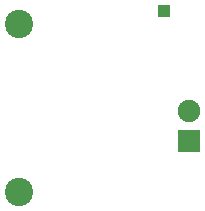
<source format=gbs>
G04 #@! TF.GenerationSoftware,KiCad,Pcbnew,8.0.8*
G04 #@! TF.CreationDate,2025-02-12T17:11:10-06:00*
G04 #@! TF.ProjectId,Tunnleing_Amp,54756e6e-6c65-4696-9e67-5f416d702e6b,rev?*
G04 #@! TF.SameCoordinates,Original*
G04 #@! TF.FileFunction,Soldermask,Bot*
G04 #@! TF.FilePolarity,Negative*
%FSLAX46Y46*%
G04 Gerber Fmt 4.6, Leading zero omitted, Abs format (unit mm)*
G04 Created by KiCad (PCBNEW 8.0.8) date 2025-02-12 17:11:10*
%MOMM*%
%LPD*%
G01*
G04 APERTURE LIST*
G04 Aperture macros list*
%AMRoundRect*
0 Rectangle with rounded corners*
0 $1 Rounding radius*
0 $2 $3 $4 $5 $6 $7 $8 $9 X,Y pos of 4 corners*
0 Add a 4 corners polygon primitive as box body*
4,1,4,$2,$3,$4,$5,$6,$7,$8,$9,$2,$3,0*
0 Add four circle primitives for the rounded corners*
1,1,$1+$1,$2,$3*
1,1,$1+$1,$4,$5*
1,1,$1+$1,$6,$7*
1,1,$1+$1,$8,$9*
0 Add four rect primitives between the rounded corners*
20,1,$1+$1,$2,$3,$4,$5,0*
20,1,$1+$1,$4,$5,$6,$7,0*
20,1,$1+$1,$6,$7,$8,$9,0*
20,1,$1+$1,$8,$9,$2,$3,0*%
G04 Aperture macros list end*
%ADD10C,2.400000*%
%ADD11RoundRect,0.100000X-0.425000X-0.425000X0.425000X-0.425000X0.425000X0.425000X-0.425000X0.425000X0*%
%ADD12RoundRect,0.100000X0.850000X0.850000X-0.850000X0.850000X-0.850000X-0.850000X0.850000X-0.850000X0*%
%ADD13O,1.900000X1.900000*%
G04 APERTURE END LIST*
D10*
X94500000Y-65200000D03*
D11*
X106800000Y-49900000D03*
D12*
X108900000Y-60875000D03*
D13*
X108900000Y-58335000D03*
D10*
X94500000Y-51000000D03*
M02*

</source>
